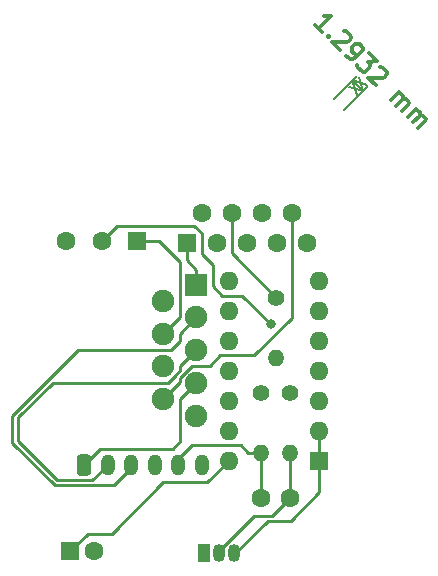
<source format=gbr>
%TF.GenerationSoftware,KiCad,Pcbnew,(6.0.9)*%
%TF.CreationDate,2023-08-06T12:59:45+02:00*%
%TF.ProjectId,Vectrex_Lightpen_2,56656374-7265-4785-9f4c-696768747065,rev?*%
%TF.SameCoordinates,Original*%
%TF.FileFunction,Copper,L1,Top*%
%TF.FilePolarity,Positive*%
%FSLAX46Y46*%
G04 Gerber Fmt 4.6, Leading zero omitted, Abs format (unit mm)*
G04 Created by KiCad (PCBNEW (6.0.9)) date 2023-08-06 12:59:45*
%MOMM*%
%LPD*%
G01*
G04 APERTURE LIST*
G04 Aperture macros list*
%AMRoundRect*
0 Rectangle with rounded corners*
0 $1 Rounding radius*
0 $2 $3 $4 $5 $6 $7 $8 $9 X,Y pos of 4 corners*
0 Add a 4 corners polygon primitive as box body*
4,1,4,$2,$3,$4,$5,$6,$7,$8,$9,$2,$3,0*
0 Add four circle primitives for the rounded corners*
1,1,$1+$1,$2,$3*
1,1,$1+$1,$4,$5*
1,1,$1+$1,$6,$7*
1,1,$1+$1,$8,$9*
0 Add four rect primitives between the rounded corners*
20,1,$1+$1,$2,$3,$4,$5,0*
20,1,$1+$1,$4,$5,$6,$7,0*
20,1,$1+$1,$6,$7,$8,$9,0*
20,1,$1+$1,$8,$9,$2,$3,0*%
G04 Aperture macros list end*
%ADD10C,0.300000*%
%TA.AperFunction,NonConductor*%
%ADD11C,0.300000*%
%TD*%
%TA.AperFunction,NonConductor*%
%ADD12C,0.200000*%
%TD*%
%TA.AperFunction,ComponentPad*%
%ADD13R,1.900000X1.900000*%
%TD*%
%TA.AperFunction,ComponentPad*%
%ADD14C,1.900000*%
%TD*%
%TA.AperFunction,ComponentPad*%
%ADD15C,1.600000*%
%TD*%
%TA.AperFunction,ComponentPad*%
%ADD16R,1.600000X1.600000*%
%TD*%
%TA.AperFunction,ComponentPad*%
%ADD17O,1.600000X1.600000*%
%TD*%
%TA.AperFunction,ComponentPad*%
%ADD18RoundRect,0.250000X-0.350000X-0.650000X0.350000X-0.650000X0.350000X0.650000X-0.350000X0.650000X0*%
%TD*%
%TA.AperFunction,ComponentPad*%
%ADD19O,1.200000X1.800000*%
%TD*%
%TA.AperFunction,ComponentPad*%
%ADD20RoundRect,0.250000X0.550000X0.550000X-0.550000X0.550000X-0.550000X-0.550000X0.550000X-0.550000X0*%
%TD*%
%TA.AperFunction,ComponentPad*%
%ADD21R,1.050000X1.500000*%
%TD*%
%TA.AperFunction,ComponentPad*%
%ADD22O,1.050000X1.500000*%
%TD*%
%TA.AperFunction,ComponentPad*%
%ADD23C,1.400000*%
%TD*%
%TA.AperFunction,ComponentPad*%
%ADD24O,1.400000X1.400000*%
%TD*%
%TA.AperFunction,ViaPad*%
%ADD25C,0.800000*%
%TD*%
%TA.AperFunction,Conductor*%
%ADD26C,0.250000*%
%TD*%
G04 APERTURE END LIST*
D10*
D11*
X158229897Y-54943958D02*
X157623805Y-54337866D01*
X157926851Y-54640912D02*
X158987511Y-53580252D01*
X158734973Y-53630760D01*
X158532943Y-53630760D01*
X158381420Y-53580252D01*
X158785481Y-55297511D02*
X158785481Y-55398527D01*
X158684466Y-55398527D01*
X158684466Y-55297511D01*
X158785481Y-55297511D01*
X158684466Y-55398527D01*
X160098679Y-54893450D02*
X160199694Y-54893450D01*
X160351217Y-54943958D01*
X160603755Y-55196496D01*
X160654263Y-55348019D01*
X160654263Y-55449034D01*
X160603755Y-55600557D01*
X160502740Y-55701572D01*
X160300710Y-55802588D01*
X159088527Y-55802588D01*
X159745126Y-56459187D01*
X160250202Y-56964263D02*
X160452233Y-57166294D01*
X160603755Y-57216801D01*
X160704771Y-57216801D01*
X160957309Y-57166294D01*
X161209847Y-57014771D01*
X161613908Y-56610710D01*
X161664416Y-56459187D01*
X161664416Y-56358171D01*
X161613908Y-56206649D01*
X161411878Y-56004618D01*
X161260355Y-55954110D01*
X161159339Y-55954110D01*
X161007816Y-56004618D01*
X160755278Y-56257156D01*
X160704771Y-56408679D01*
X160704771Y-56509694D01*
X160755278Y-56661217D01*
X160957309Y-56863248D01*
X161108832Y-56913755D01*
X161209847Y-56913755D01*
X161361370Y-56863248D01*
X162169492Y-56762232D02*
X162826091Y-57418832D01*
X162068477Y-57469339D01*
X162220000Y-57620862D01*
X162270507Y-57772385D01*
X162270507Y-57873400D01*
X162220000Y-58024923D01*
X161967461Y-58277461D01*
X161815939Y-58327969D01*
X161714923Y-58327969D01*
X161563400Y-58277461D01*
X161260355Y-57974416D01*
X161209847Y-57822893D01*
X161209847Y-57721877D01*
X163129137Y-57923908D02*
X163230152Y-57923908D01*
X163381675Y-57974416D01*
X163634213Y-58226954D01*
X163684721Y-58378477D01*
X163684721Y-58479492D01*
X163634213Y-58631015D01*
X163533198Y-58732030D01*
X163331167Y-58833045D01*
X162118984Y-58833045D01*
X162775583Y-59489644D01*
X164038274Y-60752335D02*
X164745381Y-60045228D01*
X164644366Y-60146244D02*
X164745381Y-60146244D01*
X164896904Y-60196751D01*
X165048427Y-60348274D01*
X165098934Y-60499797D01*
X165048427Y-60651320D01*
X164492843Y-61206904D01*
X165048427Y-60651320D02*
X165199950Y-60600812D01*
X165351472Y-60651320D01*
X165502995Y-60802843D01*
X165553503Y-60954366D01*
X165502995Y-61105888D01*
X164947411Y-61661472D01*
X165452488Y-62166549D02*
X166159594Y-61459442D01*
X166058579Y-61560457D02*
X166159594Y-61560457D01*
X166311117Y-61610965D01*
X166462640Y-61762488D01*
X166513148Y-61914010D01*
X166462640Y-62065533D01*
X165907056Y-62621117D01*
X166462640Y-62065533D02*
X166614163Y-62015026D01*
X166765686Y-62065533D01*
X166917209Y-62217056D01*
X166967717Y-62368579D01*
X166917209Y-62520102D01*
X166361625Y-63075686D01*
D12*
X159186985Y-60648615D02*
X161182461Y-58653139D01*
X160101385Y-61563015D02*
X162096861Y-59567539D01*
X160767800Y-59067800D02*
X161682200Y-59982200D01*
X160767800Y-59067800D02*
X161682200Y-59982200D01*
X160767800Y-59067800D02*
X161149696Y-60279021D01*
X160767800Y-59067800D02*
X161979021Y-59449696D01*
X161682200Y-59982200D02*
X161300304Y-58770979D01*
X161682200Y-59982200D02*
X160470979Y-59600304D01*
D13*
%TO.P,J1,1,1*%
%TO.N,/1*%
X147574000Y-76352400D03*
D14*
%TO.P,J1,2,2*%
%TO.N,/2*%
X147574000Y-79122400D03*
%TO.P,J1,3,3*%
%TO.N,/3*%
X147574000Y-81892400D03*
%TO.P,J1,4,4*%
%TO.N,/4*%
X147574000Y-84662400D03*
%TO.P,J1,5,5*%
%TO.N,/X*%
X147574000Y-87432400D03*
%TO.P,J1,6,6*%
%TO.N,/Y*%
X144734000Y-77737400D03*
%TO.P,J1,7,7*%
%TO.N,+5V*%
X144734000Y-80507400D03*
%TO.P,J1,8,8*%
%TO.N,GND*%
X144734000Y-83277400D03*
%TO.P,J1,9,9*%
%TO.N,/-5*%
X144734000Y-86047400D03*
%TD*%
D15*
%TO.P,J3,9,Pin_9*%
%TO.N,/-5*%
X155635400Y-70280000D03*
%TO.P,J3,8,Pin_8*%
%TO.N,GND*%
X153095400Y-70280000D03*
%TO.P,J3,7,Pin_7*%
%TO.N,+5V*%
X150555400Y-70280000D03*
%TO.P,J3,6,Pin_6*%
%TO.N,/Y*%
X148015400Y-70280000D03*
%TO.P,J3,5,Pin_5*%
%TO.N,/X*%
X156905400Y-72820000D03*
%TO.P,J3,4,Pin_4*%
%TO.N,/4*%
X154420400Y-72820000D03*
%TO.P,J3,3,Pin_3*%
%TO.N,/3*%
X151825400Y-72820000D03*
%TO.P,J3,2,Pin_2*%
%TO.N,/2*%
X149285400Y-72820000D03*
D16*
%TO.P,J3,1,Pin_1*%
%TO.N,/1*%
X146745400Y-72820000D03*
%TD*%
%TO.P,U1,1*%
%TO.N,Net-(Q1-Pad3)*%
X157950000Y-91250000D03*
D17*
%TO.P,U1,2*%
X157950000Y-88710000D03*
%TO.P,U1,3*%
%TO.N,/Lp 4*%
X157950000Y-86170000D03*
%TO.P,U1,4*%
%TO.N,unconnected-(U1-Pad4)*%
X157950000Y-83630000D03*
%TO.P,U1,5*%
%TO.N,unconnected-(U1-Pad5)*%
X157950000Y-81090000D03*
%TO.P,U1,6*%
%TO.N,unconnected-(U1-Pad6)*%
X157950000Y-78550000D03*
%TO.P,U1,7,GND*%
%TO.N,GND*%
X157950000Y-76010000D03*
%TO.P,U1,8*%
%TO.N,unconnected-(U1-Pad8)*%
X150330000Y-76010000D03*
%TO.P,U1,9*%
%TO.N,unconnected-(U1-Pad9)*%
X150330000Y-78550000D03*
%TO.P,U1,10*%
%TO.N,unconnected-(U1-Pad10)*%
X150330000Y-81090000D03*
%TO.P,U1,11*%
%TO.N,unconnected-(U1-Pad11)*%
X150330000Y-83630000D03*
%TO.P,U1,12*%
%TO.N,unconnected-(U1-Pad12)*%
X150330000Y-86170000D03*
%TO.P,U1,13*%
%TO.N,unconnected-(U1-Pad13)*%
X150330000Y-88710000D03*
%TO.P,U1,14,VCC*%
%TO.N,+5V*%
X150330000Y-91250000D03*
%TD*%
D18*
%TO.P,J4,1,Pin_1*%
%TO.N,/4*%
X138050000Y-91600000D03*
D19*
%TO.P,J4,2,Pin_2*%
%TO.N,/3*%
X140050000Y-91600000D03*
%TO.P,J4,3,Pin_3*%
%TO.N,/2*%
X142050000Y-91600000D03*
%TO.P,J4,4,Pin_4*%
%TO.N,/1*%
X144050000Y-91600000D03*
%TO.P,J4,5,Pin_5*%
%TO.N,/Light*%
X146050000Y-91600000D03*
%TO.P,J4,6,Pin_6*%
%TO.N,GND*%
X148050000Y-91600000D03*
%TD*%
D15*
%TO.P,C1,2*%
%TO.N,GND*%
X138900000Y-98900000D03*
D16*
%TO.P,C1,1*%
%TO.N,+5V*%
X136900000Y-98900000D03*
%TD*%
D20*
%TO.P,J2,1,Pin_1*%
%TO.N,+5V*%
X142549500Y-72650000D03*
D15*
%TO.P,J2,2,Pin_2*%
%TO.N,/Lp 4*%
X139554500Y-72650000D03*
%TO.P,J2,3,Pin_3*%
%TO.N,GND*%
X136550500Y-72650000D03*
%TD*%
D21*
%TO.P,Q1,1,E*%
%TO.N,GND*%
X148230000Y-99110000D03*
D22*
%TO.P,Q1,2,B*%
%TO.N,Net-(C2-Pad2)*%
X149500000Y-99110000D03*
%TO.P,Q1,3,C*%
%TO.N,Net-(Q1-Pad3)*%
X150770000Y-99110000D03*
%TD*%
D15*
%TO.P,C2,1*%
%TO.N,/Light*%
X153000000Y-94400000D03*
%TO.P,C2,2*%
%TO.N,Net-(C2-Pad2)*%
X155500000Y-94400000D03*
%TD*%
D23*
%TO.P,R1,1*%
%TO.N,+5V*%
X153000000Y-85500000D03*
D24*
%TO.P,R1,2*%
%TO.N,/Light*%
X153000000Y-90580000D03*
%TD*%
%TO.P,R3,2*%
%TO.N,Net-(Q1-Pad3)*%
X154300000Y-82540000D03*
D23*
%TO.P,R3,1*%
%TO.N,+5V*%
X154300000Y-77460000D03*
%TD*%
D24*
%TO.P,R2,2*%
%TO.N,Net-(C2-Pad2)*%
X155500000Y-90580000D03*
D23*
%TO.P,R2,1*%
%TO.N,Net-(Q1-Pad3)*%
X155500000Y-85500000D03*
%TD*%
D25*
%TO.N,/Lp 4*%
X153850000Y-79700000D03*
%TD*%
D26*
%TO.N,/-5*%
X146200000Y-84581400D02*
X144734000Y-86047400D01*
X146200000Y-84233277D02*
X146200000Y-84581400D01*
X148700000Y-83250000D02*
X147183277Y-83250000D01*
X149600000Y-82350000D02*
X148700000Y-83250000D01*
X152450000Y-82350000D02*
X149600000Y-82350000D01*
X155635400Y-79164600D02*
X152450000Y-82350000D01*
X155635400Y-70280000D02*
X155635400Y-79164600D01*
%TO.N,/3*%
X146200000Y-83266400D02*
X147574000Y-81892400D01*
X146200000Y-83597587D02*
X146200000Y-83266400D01*
X145750499Y-84064024D02*
X145750499Y-84047088D01*
X135400000Y-84650000D02*
X145164523Y-84650000D01*
X132450000Y-89600000D02*
X132450000Y-87600000D01*
X132450000Y-87600000D02*
X135400000Y-84650000D01*
X135750000Y-92900000D02*
X132450000Y-89600000D01*
%TO.N,/-5*%
X147183277Y-83250000D02*
X146200000Y-84233277D01*
%TO.N,/3*%
X145164523Y-84650000D02*
X145750499Y-84064024D01*
X138750000Y-92900000D02*
X135750000Y-92900000D01*
X140050000Y-91600000D02*
X138750000Y-92900000D01*
X145750499Y-84047088D02*
X146200000Y-83597587D01*
%TO.N,/2*%
X142050000Y-91900000D02*
X142050000Y-91600000D01*
X140600499Y-93349501D02*
X142050000Y-91900000D01*
X135563811Y-93349501D02*
X140600499Y-93349501D01*
X131950000Y-87464310D02*
X131950000Y-89735690D01*
X131950000Y-89735690D02*
X135563811Y-93349501D01*
X137514310Y-81900000D02*
X131950000Y-87464310D01*
X145400000Y-81900000D02*
X137514310Y-81900000D01*
X146200000Y-81100000D02*
X145400000Y-81900000D01*
X146200000Y-80496400D02*
X146200000Y-81100000D01*
X147574000Y-79122400D02*
X146200000Y-80496400D01*
%TO.N,/4*%
X146200000Y-86036400D02*
X147574000Y-84662400D01*
X139400000Y-90250000D02*
X145550000Y-90250000D01*
X138050000Y-91600000D02*
X139400000Y-90250000D01*
X145550000Y-90250000D02*
X146200000Y-89600000D01*
X146200000Y-89600000D02*
X146200000Y-86036400D01*
%TO.N,/Lp 4*%
X151430000Y-77280000D02*
X153850000Y-79700000D01*
X149780000Y-77280000D02*
X151430000Y-77280000D01*
X149000000Y-74684600D02*
X149000000Y-76500000D01*
X148050000Y-73734600D02*
X149000000Y-74684600D01*
X148050000Y-72012300D02*
X148050000Y-73734600D01*
X149000000Y-76500000D02*
X149780000Y-77280000D01*
X139554500Y-72650000D02*
X140854500Y-71350000D01*
X140854500Y-71350000D02*
X147387700Y-71350000D01*
X147387700Y-71350000D02*
X148050000Y-72012300D01*
%TO.N,+5V*%
X148506800Y-93073200D02*
X150330000Y-91250000D01*
X144776800Y-93073200D02*
X148506800Y-93073200D01*
X140412100Y-97437900D02*
X144776800Y-93073200D01*
X136900000Y-98900000D02*
X138362100Y-97437900D01*
%TO.N,Net-(Q1-Pad3)*%
X157950000Y-93950000D02*
X157950000Y-91250000D01*
%TO.N,+5V*%
X138362100Y-97437900D02*
X140412100Y-97437900D01*
%TO.N,Net-(Q1-Pad3)*%
X155550000Y-96350000D02*
X157950000Y-93950000D01*
X153600000Y-96350000D02*
X155550000Y-96350000D01*
X150840000Y-99110000D02*
X153600000Y-96350000D01*
X150770000Y-99110000D02*
X150840000Y-99110000D01*
X157950000Y-88710000D02*
X157950000Y-91250000D01*
%TO.N,+5V*%
X150555400Y-73715400D02*
X150555400Y-70280000D01*
X154300000Y-77460000D02*
X150555400Y-73715400D01*
X146150000Y-79091400D02*
X144734000Y-80507400D01*
X146150000Y-74400000D02*
X146150000Y-79091400D01*
X144400000Y-72650000D02*
X146150000Y-74400000D01*
X142549500Y-72650000D02*
X144400000Y-72650000D01*
%TO.N,/1*%
X147574000Y-75077300D02*
X147574000Y-76352400D01*
X146745400Y-74248700D02*
X147574000Y-75077300D01*
X146745400Y-72820000D02*
X146745400Y-74248700D01*
%TO.N,/Light*%
X153000000Y-90580000D02*
X151974900Y-90580000D01*
X147200000Y-89950000D02*
X146050000Y-91100000D01*
X153000000Y-90580000D02*
X153000000Y-94400000D01*
X151344900Y-89950000D02*
X147200000Y-89950000D01*
X151974900Y-90580000D02*
X151344900Y-89950000D01*
X146050000Y-91100000D02*
X146050000Y-91600000D01*
%TO.N,Net-(C2-Pad2)*%
X152485000Y-95900000D02*
X154000000Y-95900000D01*
X149500000Y-99110000D02*
X149500000Y-98885000D01*
X154000000Y-95900000D02*
X155500000Y-94400000D01*
X155500000Y-90580000D02*
X155500000Y-94400000D01*
X149500000Y-98885000D02*
X152485000Y-95900000D01*
%TD*%
M02*

</source>
